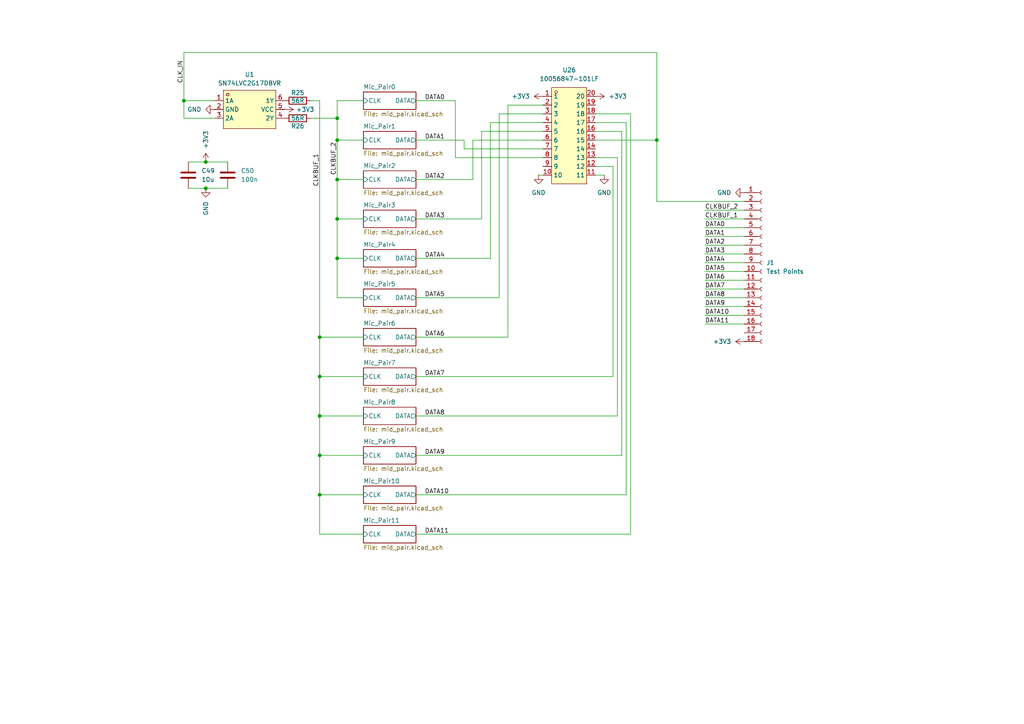
<source format=kicad_sch>
(kicad_sch (version 20250114) (generator "eeschema") (generator_version "9.0")
  (paper "A4")
  (lib_symbols
    (symbol "AE:10056847-101LF"
      (property "Reference" "U" (at 0 16.51 0))
      (property "Value" "10056847-101LF" (at 0 -16.51 0))
      (symbol "10056847-101LF_0_1"
        (rectangle (start -5.08 13.97) (end 5.08 -13.97) (fill (type background)))
        (circle (center -3.81 12.7) (radius 0.38))
        (pin unspecified line (at -7.62 11.43 0) (length 2.54) (name "1") (number "1"))
        (pin unspecified line (at -7.62 8.89 0) (length 2.54) (name "2") (number "2"))
        (pin unspecified line (at -7.62 6.35 0) (length 2.54) (name "3") (number "3"))
        (pin unspecified line (at -7.62 3.81 0) (length 2.54) (name "4") (number "4"))
        (pin unspecified line (at -7.62 1.27 0) (length 2.54) (name "5") (number "5"))
        (pin unspecified line (at -7.62 -1.27 0) (length 2.54) (name "6") (number "6"))
        (pin unspecified line (at -7.62 -3.81 0) (length 2.54) (name "7") (number "7"))
        (pin unspecified line (at -7.62 -6.35 0) (length 2.54) (name "8") (number "8"))
        (pin unspecified line (at -7.62 -8.89 0) (length 2.54) (name "9") (number "9"))
        (pin unspecified line (at -7.62 -11.43 0) (length 2.54) (name "10") (number "10"))
        (pin unspecified line (at 7.62 11.43 180) (length 2.54) (name "20") (number "20"))
        (pin unspecified line (at 7.62 8.89 180) (length 2.54) (name "19") (number "19"))
        (pin unspecified line (at 7.62 6.35 180) (length 2.54) (name "18") (number "18"))
        (pin unspecified line (at 7.62 3.81 180) (length 2.54) (name "17") (number "17"))
        (pin unspecified line (at 7.62 1.27 180) (length 2.54) (name "16") (number "16"))
        (pin unspecified line (at 7.62 -1.27 180) (length 2.54) (name "15") (number "15"))
        (pin unspecified line (at 7.62 -3.81 180) (length 2.54) (name "14") (number "14"))
        (pin unspecified line (at 7.62 -6.35 180) (length 2.54) (name "13") (number "13"))
        (pin unspecified line (at 7.62 -8.89 180) (length 2.54) (name "12") (number "12"))
        (pin unspecified line (at 7.62 -11.43 180) (length 2.54) (name "11") (number "11"))
      )
    )
    (symbol "AE:SN74LVC2G17DBVR"
      (property "Reference" "U" (at 0 7.62 0))
      (property "Value" "SN74LVC2G17DBVR" (at 0 -7.62 0))
      (symbol "SN74LVC2G17DBVR_0_1"
        (rectangle (start -7.62 5.59) (end 7.62 -5.59) (fill (type background)))
        (circle (center -6.35 4.32) (radius 0.38))
        (circle (center -6.35 4.32) (radius 0.38))
        (pin unspecified line (at -10.16 2.54 0) (length 2.54) (name "1A") (number "1"))
        (pin unspecified line (at -10.16 0 0) (length 2.54) (name "GND") (number "2"))
        (pin unspecified line (at -10.16 -2.54 0) (length 2.54) (name "2A") (number "3"))
        (pin unspecified line (at 10.16 2.54 180) (length 2.54) (name "1Y") (number "6"))
        (pin unspecified line (at 10.16 0 180) (length 2.54) (name "VCC") (number "5"))
        (pin unspecified line (at 10.16 -2.54 180) (length 2.54) (name "2Y") (number "4"))
      )
    )
    (symbol "Connector:Conn_01x18_Socket" (pin_names (offset 1.016) (hide yes))
      (property "Reference" "J" (at 0 22.86 0))
      (property "Value" "Conn_01x18_Socket" (at 0 -25.4 0))
      (symbol "Conn_01x18_Socket_1_1"
        (polyline (pts (xy -1.27 20.32) (xy -0.508 20.32)) (stroke (width 0.1524)))
        (polyline (pts (xy -1.27 17.78) (xy -0.508 17.78)) (stroke (width 0.1524)))
        (polyline (pts (xy -1.27 15.24) (xy -0.508 15.24)) (stroke (width 0.1524)))
        (polyline (pts (xy -1.27 12.7) (xy -0.508 12.7)) (stroke (width 0.1524)))
        (polyline (pts (xy -1.27 10.16) (xy -0.508 10.16)) (stroke (width 0.1524)))
        (polyline (pts (xy -1.27 7.62) (xy -0.508 7.62)) (stroke (width 0.1524)))
        (polyline (pts (xy -1.27 5.08) (xy -0.508 5.08)) (stroke (width 0.1524)))
        (polyline (pts (xy -1.27 2.54) (xy -0.508 2.54)) (stroke (width 0.1524)))
        (polyline (pts (xy -1.27 0) (xy -0.508 0)) (stroke (width 0.1524)))
        (polyline (pts (xy -1.27 -2.54) (xy -0.508 -2.54)) (stroke (width 0.1524)))
        (polyline (pts (xy -1.27 -5.08) (xy -0.508 -5.08)) (stroke (width 0.1524)))
        (polyline (pts (xy -1.27 -7.62) (xy -0.508 -7.62)) (stroke (width 0.1524)))
        (polyline (pts (xy -1.27 -10.16) (xy -0.508 -10.16)) (stroke (width 0.1524)))
        (polyline (pts (xy -1.27 -12.7) (xy -0.508 -12.7)) (stroke (width 0.1524)))
        (polyline (pts (xy -1.27 -15.24) (xy -0.508 -15.24)) (stroke (width 0.1524)))
        (polyline (pts (xy -1.27 -17.78) (xy -0.508 -17.78)) (stroke (width 0.1524)))
        (polyline (pts (xy -1.27 -20.32) (xy -0.508 -20.32)) (stroke (width 0.1524)))
        (polyline (pts (xy -1.27 -22.86) (xy -0.508 -22.86)) (stroke (width 0.1524)))
        (arc (start 0 19.812) (mid -0.5058 20.32) (end 0 20.828) (stroke (width 0.1524)))
        (arc (start 0 17.272) (mid -0.5058 17.78) (end 0 18.288) (stroke (width 0.1524)))
        (arc (start 0 14.732) (mid -0.5058 15.24) (end 0 15.748) (stroke (width 0.1524)))
        (arc (start 0 12.192) (mid -0.5058 12.7) (end 0 13.208) (stroke (width 0.1524)))
        (arc (start 0 9.652) (mid -0.5058 10.16) (end 0 10.668) (stroke (width 0.1524)))
        (arc (start 0 7.112) (mid -0.5058 7.62) (end 0 8.128) (stroke (width 0.1524)))
        (arc (start 0 4.572) (mid -0.5058 5.08) (end 0 5.588) (stroke (width 0.1524)))
        (arc (start 0 2.032) (mid -0.5058 2.54) (end 0 3.048) (stroke (width 0.1524)))
        (arc (start 0 -0.508) (mid -0.5058 0) (end 0 0.508) (stroke (width 0.1524)))
        (arc (start 0 -3.048) (mid -0.5058 -2.54) (end 0 -2.032) (stroke (width 0.1524)))
        (arc (start 0 -5.588) (mid -0.5058 -5.08) (end 0 -4.572) (stroke (width 0.1524)))
        (arc (start 0 -8.128) (mid -0.5058 -7.62) (end 0 -7.112) (stroke (width 0.1524)))
        (arc (start 0 -10.668) (mid -0.5058 -10.16) (end 0 -9.652) (stroke (width 0.1524)))
        (arc (start 0 -13.208) (mid -0.5058 -12.7) (end 0 -12.192) (stroke (width 0.1524)))
        (arc (start 0 -15.748) (mid -0.5058 -15.24) (end 0 -14.732) (stroke (width 0.1524)))
        (arc (start 0 -18.288) (mid -0.5058 -17.78) (end 0 -17.272) (stroke (width 0.1524)))
        (arc (start 0 -20.828) (mid -0.5058 -20.32) (end 0 -19.812) (stroke (width 0.1524)))
        (arc (start 0 -23.368) (mid -0.5058 -22.86) (end 0 -22.352) (stroke (width 0.1524)))
        (pin passive line (at -5.08 20.32 0) (length 3.81) (name "Pin_1") (number "1"))
        (pin passive line (at -5.08 17.78 0) (length 3.81) (name "Pin_2") (number "2"))
        (pin passive line (at -5.08 15.24 0) (length 3.81) (name "Pin_3") (number "3"))
        (pin passive line (at -5.08 12.7 0) (length 3.81) (name "Pin_4") (number "4"))
        (pin passive line (at -5.08 10.16 0) (length 3.81) (name "Pin_5") (number "5"))
        (pin passive line (at -5.08 7.62 0) (length 3.81) (name "Pin_6") (number "6"))
        (pin passive line (at -5.08 5.08 0) (length 3.81) (name "Pin_7") (number "7"))
        (pin passive line (at -5.08 2.54 0) (length 3.81) (name "Pin_8") (number "8"))
        (pin passive line (at -5.08 0 0) (length 3.81) (name "Pin_9") (number "9"))
        (pin passive line (at -5.08 -2.54 0) (length 3.81) (name "Pin_10") (number "10"))
        (pin passive line (at -5.08 -5.08 0) (length 3.81) (name "Pin_11") (number "11"))
        (pin passive line (at -5.08 -7.62 0) (length 3.81) (name "Pin_12") (number "12"))
        (pin passive line (at -5.08 -10.16 0) (length 3.81) (name "Pin_13") (number "13"))
        (pin passive line (at -5.08 -12.7 0) (length 3.81) (name "Pin_14") (number "14"))
        (pin passive line (at -5.08 -15.24 0) (length 3.81) (name "Pin_15") (number "15"))
        (pin passive line (at -5.08 -17.78 0) (length 3.81) (name "Pin_16") (number "16"))
        (pin passive line (at -5.08 -20.32 0) (length 3.81) (name "Pin_17") (number "17"))
        (pin passive line (at -5.08 -22.86 0) (length 3.81) (name "Pin_18") (number "18"))
      )
    )
    (symbol "Device:C" (pin_numbers (hide yes)) (pin_names (offset 0.254))
      (property "Reference" "C" (at 0.635 2.54 0))
      (property "Value" "C" (at 0.635 -2.54 0))
      (symbol "C_0_1"
        (polyline (pts (xy -2.032 0.762) (xy 2.032 0.762)) (stroke (width 0.508)))
        (polyline (pts (xy -2.032 -0.762) (xy 2.032 -0.762)) (stroke (width 0.508)))
      )
      (symbol "C_1_1"
        (pin passive line (at 0 3.81 270) (length 2.794) (name "~") (number "1"))
        (pin passive line (at 0 -3.81 90) (length 2.794) (name "~") (number "2"))
      )
    )
    (symbol "Device:R" (pin_numbers (hide yes)) (pin_names (offset 0))
      (property "Reference" "R" (at 2.032 0 90))
      (property "Value" "R" (at 0 0 90))
      (symbol "R_0_1"
        (rectangle (start -1.016 -2.54) (end 1.016 2.54) (stroke (width 0.254)))
      )
      (symbol "R_1_1"
        (pin passive line (at 0 3.81 270) (length 1.27) (name "~") (number "1"))
        (pin passive line (at 0 -3.81 90) (length 1.27) (name "~") (number "2"))
      )
    )
    (symbol "power:+3V3" (power) (pin_numbers (hide yes)) (pin_names (offset 0) (hide yes))
      (property "Value" "+3V3" (at 0 3.556 0))
      (symbol "+3V3_0_1"
        (polyline (pts (xy -0.762 1.27) (xy 0 2.54)))
        (polyline (pts (xy 0 2.54) (xy 0.762 1.27)))
        (polyline (pts (xy 0 0) (xy 0 2.54)))
      )
      (symbol "+3V3_1_1"
        (pin power_in line (at 0 0 90) (length 0) (name "~") (number "1"))
      )
    )
    (symbol "power:GND" (power) (pin_numbers (hide yes)) (pin_names (offset 0) (hide yes))
      (property "Value" "GND" (at 0 -3.81 0))
      (symbol "GND_0_1"
        (polyline (pts (xy 0 0) (xy 0 -1.27) (xy 1.27 -1.27) (xy 0 -2.54) (xy -1.27 -1.27) (xy 0 -1.27)))
      )
      (symbol "GND_1_1"
        (pin power_in line (at 0 0 270) (length 0) (name "~") (number "1"))
      )
    )
  )
  (junction (at 53.34 29.21))
  (junction (at 97.79 74.93))
  (junction (at 92.71 109.22))
  (junction (at 92.71 132.08))
  (junction (at 59.69 54.61))
  (junction (at 97.79 52.07))
  (junction (at 97.79 34.29))
  (junction (at 92.71 120.65))
  (junction (at 92.71 143.51))
  (junction (at 97.79 40.64))
  (junction (at 59.69 46.99))
  (junction (at 97.79 63.5))
  (junction (at 190.5 40.64))
  (junction (at 92.71 97.79))
  (wire (pts (xy 172.72 50.8) (xy 175.26 50.8)))
  (wire (pts (xy 204.47 78.74) (xy 215.9 78.74)))
  (wire (pts (xy 142.24 74.93) (xy 142.24 35.56)))
  (wire (pts (xy 120.65 109.22) (xy 177.8 109.22)))
  (wire (pts (xy 97.79 29.21) (xy 105.41 29.21)))
  (wire (pts (xy 172.72 40.64) (xy 190.5 40.64)))
  (wire (pts (xy 97.79 63.5) (xy 97.79 74.93)))
  (wire (pts (xy 97.79 40.64) (xy 105.41 40.64)))
  (wire (pts (xy 92.71 132.08) (xy 92.71 143.51)))
  (wire (pts (xy 204.47 86.36) (xy 215.9 86.36)))
  (wire (pts (xy 156.21 50.8) (xy 157.48 50.8)))
  (wire (pts (xy 90.17 34.29) (xy 97.79 34.29)))
  (wire (pts (xy 92.71 109.22) (xy 92.71 120.65)))
  (wire (pts (xy 92.71 109.22) (xy 105.41 109.22)))
  (wire (pts (xy 92.71 97.79) (xy 92.71 109.22)))
  (wire (pts (xy 177.8 109.22) (xy 177.8 48.26)))
  (wire (pts (xy 59.69 46.99) (xy 66.04 46.99)))
  (wire (pts (xy 182.88 154.94) (xy 182.88 33.02)))
  (wire (pts (xy 120.65 86.36) (xy 144.78 86.36)))
  (wire (pts (xy 182.88 33.02) (xy 172.72 33.02)))
  (wire (pts (xy 204.47 91.44) (xy 215.9 91.44)))
  (wire (pts (xy 97.79 29.21) (xy 97.79 34.29)))
  (wire (pts (xy 97.79 74.93) (xy 97.79 86.36)))
  (wire (pts (xy 120.65 40.64) (xy 134.62 40.64)))
  (wire (pts (xy 120.65 29.21) (xy 132.08 29.21)))
  (wire (pts (xy 204.47 66.04) (xy 215.9 66.04)))
  (wire (pts (xy 120.65 97.79) (xy 147.32 97.79)))
  (wire (pts (xy 139.7 38.1) (xy 157.48 38.1)))
  (wire (pts (xy 54.61 54.61) (xy 59.69 54.61)))
  (wire (pts (xy 92.71 132.08) (xy 105.41 132.08)))
  (wire (pts (xy 204.47 81.28) (xy 215.9 81.28)))
  (wire (pts (xy 92.71 120.65) (xy 105.41 120.65)))
  (wire (pts (xy 180.34 38.1) (xy 172.72 38.1)))
  (wire (pts (xy 181.61 143.51) (xy 181.61 35.56)))
  (wire (pts (xy 92.71 97.79) (xy 105.41 97.79)))
  (wire (pts (xy 190.5 40.64) (xy 190.5 15.24)))
  (wire (pts (xy 120.65 143.51) (xy 181.61 143.51)))
  (wire (pts (xy 190.5 15.24) (xy 53.34 15.24)))
  (wire (pts (xy 204.47 60.96) (xy 215.9 60.96)))
  (wire (pts (xy 147.32 30.48) (xy 157.48 30.48)))
  (wire (pts (xy 204.47 88.9) (xy 215.9 88.9)))
  (wire (pts (xy 92.71 120.65) (xy 92.71 132.08)))
  (wire (pts (xy 179.07 120.65) (xy 179.07 45.72)))
  (wire (pts (xy 53.34 34.29) (xy 62.23 34.29)))
  (wire (pts (xy 120.65 132.08) (xy 180.34 132.08)))
  (wire (pts (xy 54.61 46.99) (xy 59.69 46.99)))
  (wire (pts (xy 204.47 76.2) (xy 215.9 76.2)))
  (wire (pts (xy 53.34 29.21) (xy 62.23 29.21)))
  (wire (pts (xy 134.62 43.18) (xy 157.48 43.18)))
  (wire (pts (xy 132.08 29.21) (xy 132.08 45.72)))
  (wire (pts (xy 120.65 154.94) (xy 182.88 154.94)))
  (wire (pts (xy 59.69 54.61) (xy 66.04 54.61)))
  (wire (pts (xy 120.65 74.93) (xy 142.24 74.93)))
  (wire (pts (xy 97.79 74.93) (xy 105.41 74.93)))
  (wire (pts (xy 53.34 15.24) (xy 53.34 29.21)))
  (wire (pts (xy 97.79 52.07) (xy 105.41 52.07)))
  (wire (pts (xy 120.65 63.5) (xy 139.7 63.5)))
  (wire (pts (xy 204.47 93.98) (xy 215.9 93.98)))
  (wire (pts (xy 120.65 120.65) (xy 179.07 120.65)))
  (wire (pts (xy 132.08 45.72) (xy 157.48 45.72)))
  (wire (pts (xy 177.8 48.26) (xy 172.72 48.26)))
  (wire (pts (xy 204.47 68.58) (xy 215.9 68.58)))
  (wire (pts (xy 204.47 73.66) (xy 215.9 73.66)))
  (wire (pts (xy 92.71 29.21) (xy 90.17 29.21)))
  (wire (pts (xy 137.16 40.64) (xy 157.48 40.64)))
  (wire (pts (xy 190.5 58.42) (xy 215.9 58.42)))
  (wire (pts (xy 142.24 35.56) (xy 157.48 35.56)))
  (wire (pts (xy 134.62 40.64) (xy 134.62 43.18)))
  (wire (pts (xy 204.47 63.5) (xy 215.9 63.5)))
  (wire (pts (xy 97.79 86.36) (xy 105.41 86.36)))
  (wire (pts (xy 97.79 40.64) (xy 97.79 52.07)))
  (wire (pts (xy 97.79 34.29) (xy 97.79 40.64)))
  (wire (pts (xy 97.79 52.07) (xy 97.79 63.5)))
  (wire (pts (xy 92.71 143.51) (xy 105.41 143.51)))
  (wire (pts (xy 137.16 52.07) (xy 137.16 40.64)))
  (wire (pts (xy 53.34 29.21) (xy 53.34 34.29)))
  (wire (pts (xy 147.32 97.79) (xy 147.32 30.48)))
  (wire (pts (xy 97.79 63.5) (xy 105.41 63.5)))
  (wire (pts (xy 144.78 33.02) (xy 157.48 33.02)))
  (wire (pts (xy 204.47 83.82) (xy 215.9 83.82)))
  (wire (pts (xy 179.07 45.72) (xy 172.72 45.72)))
  (wire (pts (xy 92.71 154.94) (xy 105.41 154.94)))
  (wire (pts (xy 92.71 29.21) (xy 92.71 97.79)))
  (wire (pts (xy 204.47 71.12) (xy 215.9 71.12)))
  (wire (pts (xy 139.7 63.5) (xy 139.7 38.1)))
  (wire (pts (xy 190.5 40.64) (xy 190.5 58.42)))
  (wire (pts (xy 180.34 132.08) (xy 180.34 38.1)))
  (wire (pts (xy 120.65 52.07) (xy 137.16 52.07)))
  (wire (pts (xy 181.61 35.56) (xy 172.72 35.56)))
  (wire (pts (xy 92.71 143.51) (xy 92.71 154.94)))
  (wire (pts (xy 144.78 86.36) (xy 144.78 33.02)))
  (label "DATA0" (at 123.19 29.21 0))
  (label "DATA3" (at 123.19 63.5 0))
  (label "DATA6" (at 204.47 81.28 0))
  (label "DATA1" (at 204.47 68.58 0))
  (label "DATA10" (at 123.19 143.51 0))
  (label "DATA3" (at 204.47 73.66 0))
  (label "DATA11" (at 123.19 154.94 0))
  (label "DATA11" (at 204.47 93.98 0))
  (label "DATA2" (at 123.19 52.07 0))
  (label "DATA9" (at 204.47 88.9 0))
  (label "DATA5" (at 123.19 86.36 0))
  (label "DATA4" (at 123.19 74.93 0))
  (label "DATA6" (at 123.19 97.79 0))
  (label "DATA7" (at 204.47 83.82 0))
  (label "DATA5" (at 204.47 78.74 0))
  (label "DATA10" (at 204.47 91.44 0))
  (label "DATA9" (at 123.19 132.08 0))
  (label "DATA2" (at 204.47 71.12 0))
  (label "DATA7" (at 123.19 109.22 0))
  (label "DATA8" (at 204.47 86.36 0))
  (label "DATA8" (at 123.19 120.65 0))
  (label "CLKBUF_2" (at 97.79 50.8 90))
  (label "DATA4" (at 204.47 76.2 0))
  (label "CLK_IN" (at 53.34 24.13 90))
  (label "CLKBUF_1" (at 204.47 63.5 0))
  (label "DATA0" (at 204.47 66.04 0))
  (label "CLKBUF_2" (at 204.47 60.96 0))
  (label "DATA1" (at 123.19 40.64 0))
  (label "CLKBUF_1" (at 92.71 44.45 270))
  (symbol (lib_id "power:GND") (at 215.9 55.88 270) (unit 1)
    (property "Reference" "#PWR082" (effects (hide yes)))
    (property "Value" "GND" (at 212.09 55.8799 90) (effects (justify right)))
    (property "Description" "Power symbol creates a global label with name \"GND\" , ground" (effects (hide yes)))
  )
  (symbol (lib_id "Connector:Conn_01x18_Socket") (at 220.98 76.2 0) (unit 1)
    (property "Reference" "J1" (at 222.25 76.1999 0) (effects (justify left)))
    (property "Value" "Test Points" (at 222.25 78.7399 0) (effects (justify left)))
    (property "Description" "Generic connector, single row, 01x18, script generated" (effects (hide yes)))
  )
  (symbol (lib_id "Device:C") (at 54.61 50.8 0) (unit 1)
    (property "Reference" "C49" (at 58.42 49.5299 0) (effects (justify left)))
    (property "Value" "10u" (at 58.42 52.0699 0) (effects (justify left)))
    (property "Description" "Unpolarized capacitor" (effects (hide yes)))
  )
  (symbol (lib_id "power:+3V3") (at 172.72 27.94 270) (unit 1)
    (property "Reference" "#PWR028" (effects (hide yes)))
    (property "Value" "+3V3" (at 176.53 27.9399 90) (effects (justify left)))
    (property "Description" "Power symbol creates a global label with name \"+3V3\"" (effects (hide yes)))
  )
  (symbol (lib_id "Device:C") (at 66.04 50.8 0) (unit 1)
    (property "Reference" "C50" (at 69.85 49.5299 0) (effects (justify left)))
    (property "Value" "100n" (at 69.85 52.0699 0) (effects (justify left)))
    (property "Description" "Unpolarized capacitor" (effects (hide yes)))
  )
  (symbol (lib_id "power:+3V3") (at 215.9 99.06 90) (unit 1)
    (property "Reference" "#PWR081" (effects (hide yes)))
    (property "Value" "+3V3" (at 212.09 99.0599 90) (effects (justify left)))
    (property "Description" "Power symbol creates a global label with name \"+3V3\"" (effects (hide yes)))
  )
  (symbol (lib_id "power:GND") (at 62.23 31.75 270) (unit 1)
    (property "Reference" "#PWR01" (effects (hide yes)))
    (property "Value" "GND" (at 58.42 31.7499 90) (effects (justify right)))
    (property "Description" "Power symbol creates a global label with name \"GND\" , ground" (effects (hide yes)))
  )
  (symbol (lib_id "power:GND") (at 59.69 54.61 0) (unit 1)
    (property "Reference" "#PWR02" (effects (hide yes)))
    (property "Value" "GND" (at 59.6899 58.42 90) (effects (justify right)))
    (property "Description" "Power symbol creates a global label with name \"GND\" , ground" (effects (hide yes)))
  )
  (symbol (lib_id "power:+3V3") (at 82.55 31.75 270) (unit 1)
    (property "Reference" "#PWR080" (effects (hide yes)))
    (property "Value" "+3V3" (at 85.852 31.75 90) (effects (justify left)))
    (property "Description" "Power symbol creates a global label with name \"+3V3\"" (effects (hide yes)))
  )
  (symbol (lib_id "AE:SN74LVC2G17DBVR") (at 72.39 31.75 0) (unit 1)
    (property "Reference" "U1" (at 72.39 21.59 0))
    (property "Value" "SN74LVC2G17DBVR" (at 72.39 24.13 0))
    (property "Footprint" "AE_micboards:SOT-23-6_L2.9-W1.6-P0.95-LS2.8-BL" (effects (hide yes)))
    (property "Datasheet" "https://lcsc.com/product-detail/74-Series_TI_SN74LVC2G17DBVR_SN74LVC2G17DBVR_C10429.html" (effects (hide yes)))
    (property "LCSC Part" "C10429" (effects (hide yes)))
  )
  (symbol (lib_id "AE:10056847-101LF") (at 165.1 39.37 0) (unit 1)
    (property "Reference" "U26" (at 165.1 20.32 0))
    (property "Value" "10056847-101LF" (at 165.1 22.86 0))
    (property "Footprint" "AE_micboards:CONN-SMD_20P-L11.0-W7.38-P0.80" (effects (hide yes)))
    (property "LCSC Part" "C5070484" (effects (hide yes)))
  )
  (symbol (lib_id "power:+3V3") (at 59.69 46.99 0) (unit 1)
    (property "Reference" "#PWR027" (effects (hide yes)))
    (property "Value" "+3V3" (at 59.6899 43.18 90) (effects (justify left)))
    (property "Description" "Power symbol creates a global label with name \"+3V3\"" (effects (hide yes)))
  )
  (symbol (lib_id "Device:R") (at 86.36 29.21 90) (unit 1)
    (property "Reference" "R25" (at 86.36 26.924 90))
    (property "Value" "56R" (at 86.36 29.21 90))
    (property "Description" "Resistor" (effects (hide yes)))
  )
  (symbol (lib_id "power:GND") (at 156.21 50.8 0) (unit 1)
    (property "Reference" "#PWR031" (effects (hide yes)))
    (property "Value" "GND" (at 156.21 55.88 0))
    (property "Description" "Power symbol creates a global label with name \"GND\" , ground" (effects (hide yes)))
  )
  (symbol (lib_id "Device:R") (at 86.36 34.29 90) (unit 1)
    (property "Reference" "R26" (at 86.36 36.576 90))
    (property "Value" "56R" (at 86.36 34.29 90))
    (property "Description" "Resistor" (effects (hide yes)))
  )
  (symbol (lib_id "power:GND") (at 175.26 50.8 0) (unit 1)
    (property "Reference" "#PWR029" (effects (hide yes)))
    (property "Value" "GND" (at 175.26 55.88 0))
    (property "Description" "Power symbol creates a global label with name \"GND\" , ground" (effects (hide yes)))
  )
  (symbol (lib_id "power:+3V3") (at 157.48 27.94 90) (unit 1)
    (property "Reference" "#PWR030" (effects (hide yes)))
    (property "Value" "+3V3" (at 153.67 27.9399 90) (effects (justify left)))
    (property "Description" "Power symbol creates a global label with name \"+3V3\"" (effects (hide yes)))
  )
  (sheet (at 105.41 95.25) (size 15.24 5.08) (stroke (width 0.1524))
    (property "Sheetname" "Mic_Pair6" (at 105.41 94.5384 0) (effects (justify left bottom)))
    (property "Sheetfile" "mid_pair.kicad_sch" (at 105.41 100.9146 0) (effects (justify left top)))
    (pin "DATA" output (at 120.65 97.79 0))
    (pin "CLK" input (at 105.41 97.79 180))
  )
  (sheet (at 105.41 60.96) (size 15.24 5.08) (stroke (width 0.1524))
    (property "Sheetname" "Mic_Pair3" (at 105.41 60.2484 0) (effects (justify left bottom)))
    (property "Sheetfile" "mid_pair.kicad_sch" (at 105.41 66.6246 0) (effects (justify left top)))
    (pin "DATA" output (at 120.65 63.5 0))
    (pin "CLK" input (at 105.41 63.5 180))
  )
  (sheet (at 105.41 49.53) (size 15.24 5.08) (stroke (width 0.1524))
    (property "Sheetname" "Mic_Pair2" (at 105.41 48.8184 0) (effects (justify left bottom)))
    (property "Sheetfile" "mid_pair.kicad_sch" (at 105.41 55.1946 0) (effects (justify left top)))
    (pin "DATA" output (at 120.65 52.07 0))
    (pin "CLK" input (at 105.41 52.07 180))
  )
  (sheet (at 105.41 83.82) (size 15.24 5.08) (stroke (width 0.1524))
    (property "Sheetname" "Mic_Pair5" (at 105.41 83.1084 0) (effects (justify left bottom)))
    (property "Sheetfile" "mid_pair.kicad_sch" (at 105.41 89.4846 0) (effects (justify left top)))
    (pin "DATA" output (at 120.65 86.36 0))
    (pin "CLK" input (at 105.41 86.36 180))
  )
  (sheet (at 105.41 129.54) (size 15.24 5.08) (stroke (width 0.1524))
    (property "Sheetname" "Mic_Pair9" (at 105.41 128.8284 0) (effects (justify left bottom)))
    (property "Sheetfile" "mid_pair.kicad_sch" (at 105.41 135.2046 0) (effects (justify left top)))
    (pin "DATA" output (at 120.65 132.08 0))
    (pin "CLK" input (at 105.41 132.08 180))
  )
  (sheet (at 105.41 38.1) (size 15.24 5.08) (stroke (width 0.1524))
    (property "Sheetname" "Mic_Pair1" (at 105.41 37.3884 0) (effects (justify left bottom)))
    (property "Sheetfile" "mid_pair.kicad_sch" (at 105.41 43.7646 0) (effects (justify left top)))
    (pin "DATA" output (at 120.65 40.64 0))
    (pin "CLK" input (at 105.41 40.64 180))
  )
  (sheet (at 105.41 118.11) (size 15.24 5.08) (stroke (width 0.1524))
    (property "Sheetname" "Mic_Pair8" (at 105.41 117.3984 0) (effects (justify left bottom)))
    (property "Sheetfile" "mid_pair.kicad_sch" (at 105.41 123.7746 0) (effects (justify left top)))
    (pin "DATA" output (at 120.65 120.65 0))
    (pin "CLK" input (at 105.41 120.65 180))
  )
  (sheet (at 105.41 106.68) (size 15.24 5.08) (stroke (width 0.1524))
    (property "Sheetname" "Mic_Pair7" (at 105.41 105.9684 0) (effects (justify left bottom)))
    (property "Sheetfile" "mid_pair.kicad_sch" (at 105.41 112.3446 0) (effects (justify left top)))
    (pin "DATA" output (at 120.65 109.22 0))
    (pin "CLK" input (at 105.41 109.22 180))
  )
  (sheet (at 105.41 140.97) (size 15.24 5.08) (stroke (width 0.1524))
    (property "Sheetname" "Mic_Pair10" (at 105.41 140.2584 0) (effects (justify left bottom)))
    (property "Sheetfile" "mid_pair.kicad_sch" (at 105.41 146.6346 0) (effects (justify left top)))
    (pin "DATA" output (at 120.65 143.51 0))
    (pin "CLK" input (at 105.41 143.51 180))
  )
  (sheet (at 105.41 152.4) (size 15.24 5.08) (stroke (width 0.1524))
    (property "Sheetname" "Mic_Pair11" (at 105.41 151.6884 0) (effects (justify left bottom)))
    (property "Sheetfile" "mid_pair.kicad_sch" (at 105.41 158.0646 0) (effects (justify left top)))
    (pin "DATA" output (at 120.65 154.94 0))
    (pin "CLK" input (at 105.41 154.94 180))
  )
  (sheet (at 105.41 72.39) (size 15.24 5.08) (stroke (width 0.1524))
    (property "Sheetname" "Mic_Pair4" (at 105.41 71.6784 0) (effects (justify left bottom)))
    (property "Sheetfile" "mid_pair.kicad_sch" (at 105.41 78.0546 0) (effects (justify left top)))
    (pin "DATA" output (at 120.65 74.93 0))
    (pin "CLK" input (at 105.41 74.93 180))
  )
  (sheet (at 105.41 26.67) (size 15.24 5.08) (stroke (width 0.1524))
    (property "Sheetname" "Mic_Pair0" (at 105.41 25.9584 0) (effects (justify left bottom)))
    (property "Sheetfile" "mid_pair.kicad_sch" (at 105.41 32.3346 0) (effects (justify left top)))
    (pin "DATA" output (at 120.65 29.21 0))
    (pin "CLK" input (at 105.41 29.21 180))
  )
)
</source>
